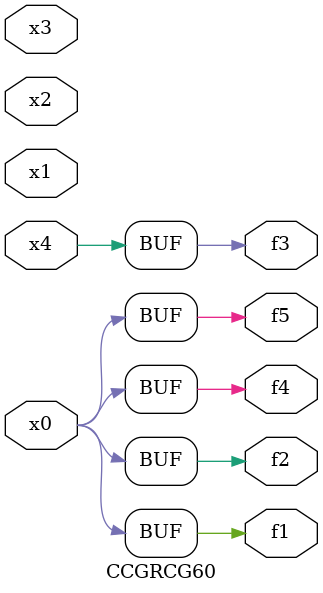
<source format=v>
module CCGRCG60(
	input x0, x1, x2, x3, x4,
	output f1, f2, f3, f4, f5
);
	assign f1 = x0;
	assign f2 = x0;
	assign f3 = x4;
	assign f4 = x0;
	assign f5 = x0;
endmodule

</source>
